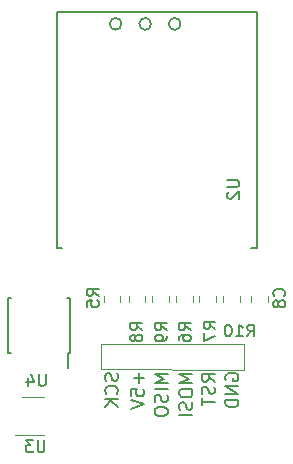
<source format=gbr>
G04 #@! TF.GenerationSoftware,KiCad,Pcbnew,(5.1.5-0-10_14)*
G04 #@! TF.CreationDate,2020-11-09T16:05:27+01:00*
G04 #@! TF.ProjectId,ATmega128_CC1101_Board,41546d65-6761-4313-9238-5f4343313130,rev?*
G04 #@! TF.SameCoordinates,Original*
G04 #@! TF.FileFunction,Legend,Bot*
G04 #@! TF.FilePolarity,Positive*
%FSLAX46Y46*%
G04 Gerber Fmt 4.6, Leading zero omitted, Abs format (unit mm)*
G04 Created by KiCad (PCBNEW (5.1.5-0-10_14)) date 2020-11-09 16:05:27*
%MOMM*%
%LPD*%
G04 APERTURE LIST*
%ADD10C,0.150000*%
%ADD11C,0.120000*%
G04 APERTURE END LIST*
D10*
X118197619Y-93571428D02*
X117097619Y-93571428D01*
X117883333Y-93938095D01*
X117097619Y-94304761D01*
X118197619Y-94304761D01*
X118197619Y-94828571D02*
X117097619Y-94828571D01*
X118145238Y-95300000D02*
X118197619Y-95457142D01*
X118197619Y-95719047D01*
X118145238Y-95823809D01*
X118092857Y-95876190D01*
X117988095Y-95928571D01*
X117883333Y-95928571D01*
X117778571Y-95876190D01*
X117726190Y-95823809D01*
X117673809Y-95719047D01*
X117621428Y-95509523D01*
X117569047Y-95404761D01*
X117516666Y-95352380D01*
X117411904Y-95300000D01*
X117307142Y-95300000D01*
X117202380Y-95352380D01*
X117150000Y-95404761D01*
X117097619Y-95509523D01*
X117097619Y-95771428D01*
X117150000Y-95928571D01*
X117097619Y-96609523D02*
X117097619Y-96819047D01*
X117150000Y-96923809D01*
X117254761Y-97028571D01*
X117464285Y-97080952D01*
X117830952Y-97080952D01*
X118040476Y-97028571D01*
X118145238Y-96923809D01*
X118197619Y-96819047D01*
X118197619Y-96609523D01*
X118145238Y-96504761D01*
X118040476Y-96400000D01*
X117830952Y-96347619D01*
X117464285Y-96347619D01*
X117254761Y-96400000D01*
X117150000Y-96504761D01*
X117097619Y-96609523D01*
X120297619Y-93571428D02*
X119197619Y-93571428D01*
X119983333Y-93938095D01*
X119197619Y-94304761D01*
X120297619Y-94304761D01*
X119197619Y-95038095D02*
X119197619Y-95247619D01*
X119250000Y-95352380D01*
X119354761Y-95457142D01*
X119564285Y-95509523D01*
X119930952Y-95509523D01*
X120140476Y-95457142D01*
X120245238Y-95352380D01*
X120297619Y-95247619D01*
X120297619Y-95038095D01*
X120245238Y-94933333D01*
X120140476Y-94828571D01*
X119930952Y-94776190D01*
X119564285Y-94776190D01*
X119354761Y-94828571D01*
X119250000Y-94933333D01*
X119197619Y-95038095D01*
X120245238Y-95928571D02*
X120297619Y-96085714D01*
X120297619Y-96347619D01*
X120245238Y-96452380D01*
X120192857Y-96504761D01*
X120088095Y-96557142D01*
X119983333Y-96557142D01*
X119878571Y-96504761D01*
X119826190Y-96452380D01*
X119773809Y-96347619D01*
X119721428Y-96138095D01*
X119669047Y-96033333D01*
X119616666Y-95980952D01*
X119511904Y-95928571D01*
X119407142Y-95928571D01*
X119302380Y-95980952D01*
X119250000Y-96033333D01*
X119197619Y-96138095D01*
X119197619Y-96400000D01*
X119250000Y-96557142D01*
X120297619Y-97028571D02*
X119197619Y-97028571D01*
X122197619Y-94197619D02*
X121673809Y-93830952D01*
X122197619Y-93569047D02*
X121097619Y-93569047D01*
X121097619Y-93988095D01*
X121150000Y-94092857D01*
X121202380Y-94145238D01*
X121307142Y-94197619D01*
X121464285Y-94197619D01*
X121569047Y-94145238D01*
X121621428Y-94092857D01*
X121673809Y-93988095D01*
X121673809Y-93569047D01*
X122145238Y-94616666D02*
X122197619Y-94773809D01*
X122197619Y-95035714D01*
X122145238Y-95140476D01*
X122092857Y-95192857D01*
X121988095Y-95245238D01*
X121883333Y-95245238D01*
X121778571Y-95192857D01*
X121726190Y-95140476D01*
X121673809Y-95035714D01*
X121621428Y-94826190D01*
X121569047Y-94721428D01*
X121516666Y-94669047D01*
X121411904Y-94616666D01*
X121307142Y-94616666D01*
X121202380Y-94669047D01*
X121150000Y-94721428D01*
X121097619Y-94826190D01*
X121097619Y-95088095D01*
X121150000Y-95245238D01*
X121097619Y-95559523D02*
X121097619Y-96188095D01*
X122197619Y-95873809D02*
X121097619Y-95873809D01*
X113945238Y-93485714D02*
X113997619Y-93642857D01*
X113997619Y-93904761D01*
X113945238Y-94009523D01*
X113892857Y-94061904D01*
X113788095Y-94114285D01*
X113683333Y-94114285D01*
X113578571Y-94061904D01*
X113526190Y-94009523D01*
X113473809Y-93904761D01*
X113421428Y-93695238D01*
X113369047Y-93590476D01*
X113316666Y-93538095D01*
X113211904Y-93485714D01*
X113107142Y-93485714D01*
X113002380Y-93538095D01*
X112950000Y-93590476D01*
X112897619Y-93695238D01*
X112897619Y-93957142D01*
X112950000Y-94114285D01*
X113892857Y-95214285D02*
X113945238Y-95161904D01*
X113997619Y-95004761D01*
X113997619Y-94900000D01*
X113945238Y-94742857D01*
X113840476Y-94638095D01*
X113735714Y-94585714D01*
X113526190Y-94533333D01*
X113369047Y-94533333D01*
X113159523Y-94585714D01*
X113054761Y-94638095D01*
X112950000Y-94742857D01*
X112897619Y-94900000D01*
X112897619Y-95004761D01*
X112950000Y-95161904D01*
X113002380Y-95214285D01*
X113997619Y-95685714D02*
X112897619Y-95685714D01*
X113997619Y-96314285D02*
X113369047Y-95842857D01*
X112897619Y-96314285D02*
X113526190Y-95685714D01*
X115778571Y-93485714D02*
X115778571Y-94323809D01*
X116197619Y-93904761D02*
X115359523Y-93904761D01*
X115097619Y-95371428D02*
X115097619Y-94847619D01*
X115621428Y-94795238D01*
X115569047Y-94847619D01*
X115516666Y-94952380D01*
X115516666Y-95214285D01*
X115569047Y-95319047D01*
X115621428Y-95371428D01*
X115726190Y-95423809D01*
X115988095Y-95423809D01*
X116092857Y-95371428D01*
X116145238Y-95319047D01*
X116197619Y-95214285D01*
X116197619Y-94952380D01*
X116145238Y-94847619D01*
X116092857Y-94795238D01*
X115097619Y-95738095D02*
X116197619Y-96104761D01*
X115097619Y-96471428D01*
X123150000Y-94061904D02*
X123097619Y-93957142D01*
X123097619Y-93800000D01*
X123150000Y-93642857D01*
X123254761Y-93538095D01*
X123359523Y-93485714D01*
X123569047Y-93433333D01*
X123726190Y-93433333D01*
X123935714Y-93485714D01*
X124040476Y-93538095D01*
X124145238Y-93642857D01*
X124197619Y-93800000D01*
X124197619Y-93904761D01*
X124145238Y-94061904D01*
X124092857Y-94114285D01*
X123726190Y-94114285D01*
X123726190Y-93904761D01*
X124197619Y-94585714D02*
X123097619Y-94585714D01*
X124197619Y-95214285D01*
X123097619Y-95214285D01*
X124197619Y-95738095D02*
X123097619Y-95738095D01*
X123097619Y-96000000D01*
X123150000Y-96157142D01*
X123254761Y-96261904D01*
X123359523Y-96314285D01*
X123569047Y-96366666D01*
X123726190Y-96366666D01*
X123935714Y-96314285D01*
X124040476Y-96261904D01*
X124145238Y-96157142D01*
X124197619Y-96000000D01*
X124197619Y-95738095D01*
X109800000Y-91725000D02*
X109800000Y-93075000D01*
X104675000Y-91725000D02*
X104675000Y-87075000D01*
X109925000Y-91725000D02*
X109925000Y-87075000D01*
X104675000Y-91725000D02*
X104900000Y-91725000D01*
X104675000Y-87075000D02*
X104900000Y-87075000D01*
X109925000Y-87075000D02*
X109700000Y-87075000D01*
X109925000Y-91725000D02*
X109800000Y-91725000D01*
D11*
X122890000Y-87461252D02*
X122890000Y-86938748D01*
X124310000Y-87461252D02*
X124310000Y-86938748D01*
X116890000Y-87461252D02*
X116890000Y-86938748D01*
X118310000Y-87461252D02*
X118310000Y-86938748D01*
X114890000Y-87461252D02*
X114890000Y-86938748D01*
X116310000Y-87461252D02*
X116310000Y-86938748D01*
X122310000Y-86938748D02*
X122310000Y-87461252D01*
X120890000Y-86938748D02*
X120890000Y-87461252D01*
X120310000Y-86938748D02*
X120310000Y-87461252D01*
X118890000Y-86938748D02*
X118890000Y-87461252D01*
X114210000Y-86938748D02*
X114210000Y-87461252D01*
X112790000Y-86938748D02*
X112790000Y-87461252D01*
X126710000Y-86938748D02*
X126710000Y-87461252D01*
X125290000Y-86938748D02*
X125290000Y-87461252D01*
X107700000Y-98710000D02*
X105250000Y-98710000D01*
X105900000Y-95490000D02*
X107700000Y-95490000D01*
D10*
X108800000Y-82900000D02*
X109300000Y-82900000D01*
X125800000Y-82900000D02*
X125300000Y-82900000D01*
X114300000Y-63900000D02*
G75*
G03X114300000Y-63900000I-500000J0D01*
G01*
X119300000Y-63900000D02*
G75*
G03X119300000Y-63900000I-500000J0D01*
G01*
X116800000Y-63900000D02*
G75*
G03X116800000Y-63900000I-500000J0D01*
G01*
X125800000Y-82900000D02*
X125800000Y-62900000D01*
X125800000Y-62900000D02*
X108800000Y-62900000D01*
X108800000Y-62900000D02*
X108800000Y-82900000D01*
D11*
X124641400Y-93160000D02*
X124641400Y-91040000D01*
X124641400Y-91040000D02*
X112540000Y-91040000D01*
X124641400Y-93166800D02*
X112540000Y-93160000D01*
X112540000Y-93160000D02*
X112540000Y-91040000D01*
D10*
X107861904Y-93552380D02*
X107861904Y-94361904D01*
X107814285Y-94457142D01*
X107766666Y-94504761D01*
X107671428Y-94552380D01*
X107480952Y-94552380D01*
X107385714Y-94504761D01*
X107338095Y-94457142D01*
X107290476Y-94361904D01*
X107290476Y-93552380D01*
X106385714Y-93885714D02*
X106385714Y-94552380D01*
X106623809Y-93504761D02*
X106861904Y-94219047D01*
X106242857Y-94219047D01*
X124942857Y-90352380D02*
X125276190Y-89876190D01*
X125514285Y-90352380D02*
X125514285Y-89352380D01*
X125133333Y-89352380D01*
X125038095Y-89400000D01*
X124990476Y-89447619D01*
X124942857Y-89542857D01*
X124942857Y-89685714D01*
X124990476Y-89780952D01*
X125038095Y-89828571D01*
X125133333Y-89876190D01*
X125514285Y-89876190D01*
X123990476Y-90352380D02*
X124561904Y-90352380D01*
X124276190Y-90352380D02*
X124276190Y-89352380D01*
X124371428Y-89495238D01*
X124466666Y-89590476D01*
X124561904Y-89638095D01*
X123371428Y-89352380D02*
X123276190Y-89352380D01*
X123180952Y-89400000D01*
X123133333Y-89447619D01*
X123085714Y-89542857D01*
X123038095Y-89733333D01*
X123038095Y-89971428D01*
X123085714Y-90161904D01*
X123133333Y-90257142D01*
X123180952Y-90304761D01*
X123276190Y-90352380D01*
X123371428Y-90352380D01*
X123466666Y-90304761D01*
X123514285Y-90257142D01*
X123561904Y-90161904D01*
X123609523Y-89971428D01*
X123609523Y-89733333D01*
X123561904Y-89542857D01*
X123514285Y-89447619D01*
X123466666Y-89400000D01*
X123371428Y-89352380D01*
X118152380Y-89833333D02*
X117676190Y-89500000D01*
X118152380Y-89261904D02*
X117152380Y-89261904D01*
X117152380Y-89642857D01*
X117200000Y-89738095D01*
X117247619Y-89785714D01*
X117342857Y-89833333D01*
X117485714Y-89833333D01*
X117580952Y-89785714D01*
X117628571Y-89738095D01*
X117676190Y-89642857D01*
X117676190Y-89261904D01*
X118152380Y-90309523D02*
X118152380Y-90500000D01*
X118104761Y-90595238D01*
X118057142Y-90642857D01*
X117914285Y-90738095D01*
X117723809Y-90785714D01*
X117342857Y-90785714D01*
X117247619Y-90738095D01*
X117200000Y-90690476D01*
X117152380Y-90595238D01*
X117152380Y-90404761D01*
X117200000Y-90309523D01*
X117247619Y-90261904D01*
X117342857Y-90214285D01*
X117580952Y-90214285D01*
X117676190Y-90261904D01*
X117723809Y-90309523D01*
X117771428Y-90404761D01*
X117771428Y-90595238D01*
X117723809Y-90690476D01*
X117676190Y-90738095D01*
X117580952Y-90785714D01*
X116052380Y-89833333D02*
X115576190Y-89500000D01*
X116052380Y-89261904D02*
X115052380Y-89261904D01*
X115052380Y-89642857D01*
X115100000Y-89738095D01*
X115147619Y-89785714D01*
X115242857Y-89833333D01*
X115385714Y-89833333D01*
X115480952Y-89785714D01*
X115528571Y-89738095D01*
X115576190Y-89642857D01*
X115576190Y-89261904D01*
X115480952Y-90404761D02*
X115433333Y-90309523D01*
X115385714Y-90261904D01*
X115290476Y-90214285D01*
X115242857Y-90214285D01*
X115147619Y-90261904D01*
X115100000Y-90309523D01*
X115052380Y-90404761D01*
X115052380Y-90595238D01*
X115100000Y-90690476D01*
X115147619Y-90738095D01*
X115242857Y-90785714D01*
X115290476Y-90785714D01*
X115385714Y-90738095D01*
X115433333Y-90690476D01*
X115480952Y-90595238D01*
X115480952Y-90404761D01*
X115528571Y-90309523D01*
X115576190Y-90261904D01*
X115671428Y-90214285D01*
X115861904Y-90214285D01*
X115957142Y-90261904D01*
X116004761Y-90309523D01*
X116052380Y-90404761D01*
X116052380Y-90595238D01*
X116004761Y-90690476D01*
X115957142Y-90738095D01*
X115861904Y-90785714D01*
X115671428Y-90785714D01*
X115576190Y-90738095D01*
X115528571Y-90690476D01*
X115480952Y-90595238D01*
X122252380Y-89733333D02*
X121776190Y-89400000D01*
X122252380Y-89161904D02*
X121252380Y-89161904D01*
X121252380Y-89542857D01*
X121300000Y-89638095D01*
X121347619Y-89685714D01*
X121442857Y-89733333D01*
X121585714Y-89733333D01*
X121680952Y-89685714D01*
X121728571Y-89638095D01*
X121776190Y-89542857D01*
X121776190Y-89161904D01*
X121252380Y-90066666D02*
X121252380Y-90733333D01*
X122252380Y-90304761D01*
X120152380Y-89833333D02*
X119676190Y-89500000D01*
X120152380Y-89261904D02*
X119152380Y-89261904D01*
X119152380Y-89642857D01*
X119200000Y-89738095D01*
X119247619Y-89785714D01*
X119342857Y-89833333D01*
X119485714Y-89833333D01*
X119580952Y-89785714D01*
X119628571Y-89738095D01*
X119676190Y-89642857D01*
X119676190Y-89261904D01*
X119152380Y-90690476D02*
X119152380Y-90500000D01*
X119200000Y-90404761D01*
X119247619Y-90357142D01*
X119390476Y-90261904D01*
X119580952Y-90214285D01*
X119961904Y-90214285D01*
X120057142Y-90261904D01*
X120104761Y-90309523D01*
X120152380Y-90404761D01*
X120152380Y-90595238D01*
X120104761Y-90690476D01*
X120057142Y-90738095D01*
X119961904Y-90785714D01*
X119723809Y-90785714D01*
X119628571Y-90738095D01*
X119580952Y-90690476D01*
X119533333Y-90595238D01*
X119533333Y-90404761D01*
X119580952Y-90309523D01*
X119628571Y-90261904D01*
X119723809Y-90214285D01*
X112352380Y-86933333D02*
X111876190Y-86600000D01*
X112352380Y-86361904D02*
X111352380Y-86361904D01*
X111352380Y-86742857D01*
X111400000Y-86838095D01*
X111447619Y-86885714D01*
X111542857Y-86933333D01*
X111685714Y-86933333D01*
X111780952Y-86885714D01*
X111828571Y-86838095D01*
X111876190Y-86742857D01*
X111876190Y-86361904D01*
X111352380Y-87838095D02*
X111352380Y-87361904D01*
X111828571Y-87314285D01*
X111780952Y-87361904D01*
X111733333Y-87457142D01*
X111733333Y-87695238D01*
X111780952Y-87790476D01*
X111828571Y-87838095D01*
X111923809Y-87885714D01*
X112161904Y-87885714D01*
X112257142Y-87838095D01*
X112304761Y-87790476D01*
X112352380Y-87695238D01*
X112352380Y-87457142D01*
X112304761Y-87361904D01*
X112257142Y-87314285D01*
X128057142Y-86933333D02*
X128104761Y-86885714D01*
X128152380Y-86742857D01*
X128152380Y-86647619D01*
X128104761Y-86504761D01*
X128009523Y-86409523D01*
X127914285Y-86361904D01*
X127723809Y-86314285D01*
X127580952Y-86314285D01*
X127390476Y-86361904D01*
X127295238Y-86409523D01*
X127200000Y-86504761D01*
X127152380Y-86647619D01*
X127152380Y-86742857D01*
X127200000Y-86885714D01*
X127247619Y-86933333D01*
X127580952Y-87504761D02*
X127533333Y-87409523D01*
X127485714Y-87361904D01*
X127390476Y-87314285D01*
X127342857Y-87314285D01*
X127247619Y-87361904D01*
X127200000Y-87409523D01*
X127152380Y-87504761D01*
X127152380Y-87695238D01*
X127200000Y-87790476D01*
X127247619Y-87838095D01*
X127342857Y-87885714D01*
X127390476Y-87885714D01*
X127485714Y-87838095D01*
X127533333Y-87790476D01*
X127580952Y-87695238D01*
X127580952Y-87504761D01*
X127628571Y-87409523D01*
X127676190Y-87361904D01*
X127771428Y-87314285D01*
X127961904Y-87314285D01*
X128057142Y-87361904D01*
X128104761Y-87409523D01*
X128152380Y-87504761D01*
X128152380Y-87695238D01*
X128104761Y-87790476D01*
X128057142Y-87838095D01*
X127961904Y-87885714D01*
X127771428Y-87885714D01*
X127676190Y-87838095D01*
X127628571Y-87790476D01*
X127580952Y-87695238D01*
X107761904Y-99152380D02*
X107761904Y-99961904D01*
X107714285Y-100057142D01*
X107666666Y-100104761D01*
X107571428Y-100152380D01*
X107380952Y-100152380D01*
X107285714Y-100104761D01*
X107238095Y-100057142D01*
X107190476Y-99961904D01*
X107190476Y-99152380D01*
X106809523Y-99152380D02*
X106190476Y-99152380D01*
X106523809Y-99533333D01*
X106380952Y-99533333D01*
X106285714Y-99580952D01*
X106238095Y-99628571D01*
X106190476Y-99723809D01*
X106190476Y-99961904D01*
X106238095Y-100057142D01*
X106285714Y-100104761D01*
X106380952Y-100152380D01*
X106666666Y-100152380D01*
X106761904Y-100104761D01*
X106809523Y-100057142D01*
X123252380Y-77138095D02*
X124061904Y-77138095D01*
X124157142Y-77185714D01*
X124204761Y-77233333D01*
X124252380Y-77328571D01*
X124252380Y-77519047D01*
X124204761Y-77614285D01*
X124157142Y-77661904D01*
X124061904Y-77709523D01*
X123252380Y-77709523D01*
X123347619Y-78138095D02*
X123300000Y-78185714D01*
X123252380Y-78280952D01*
X123252380Y-78519047D01*
X123300000Y-78614285D01*
X123347619Y-78661904D01*
X123442857Y-78709523D01*
X123538095Y-78709523D01*
X123680952Y-78661904D01*
X124252380Y-78090476D01*
X124252380Y-78709523D01*
M02*

</source>
